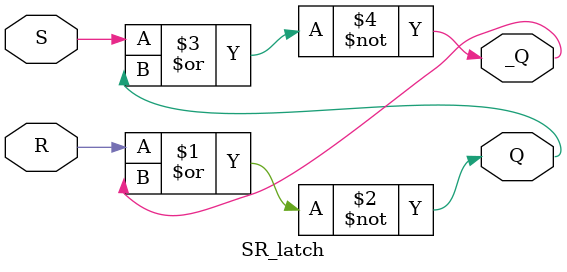
<source format=v>

module SR_latch
(
  input S,	// Set
  input R,	// Reset
  output Q, _Q
);

nor  top(Q, R, _Q);
nor bottom(_Q, S, Q);

endmodule



</source>
